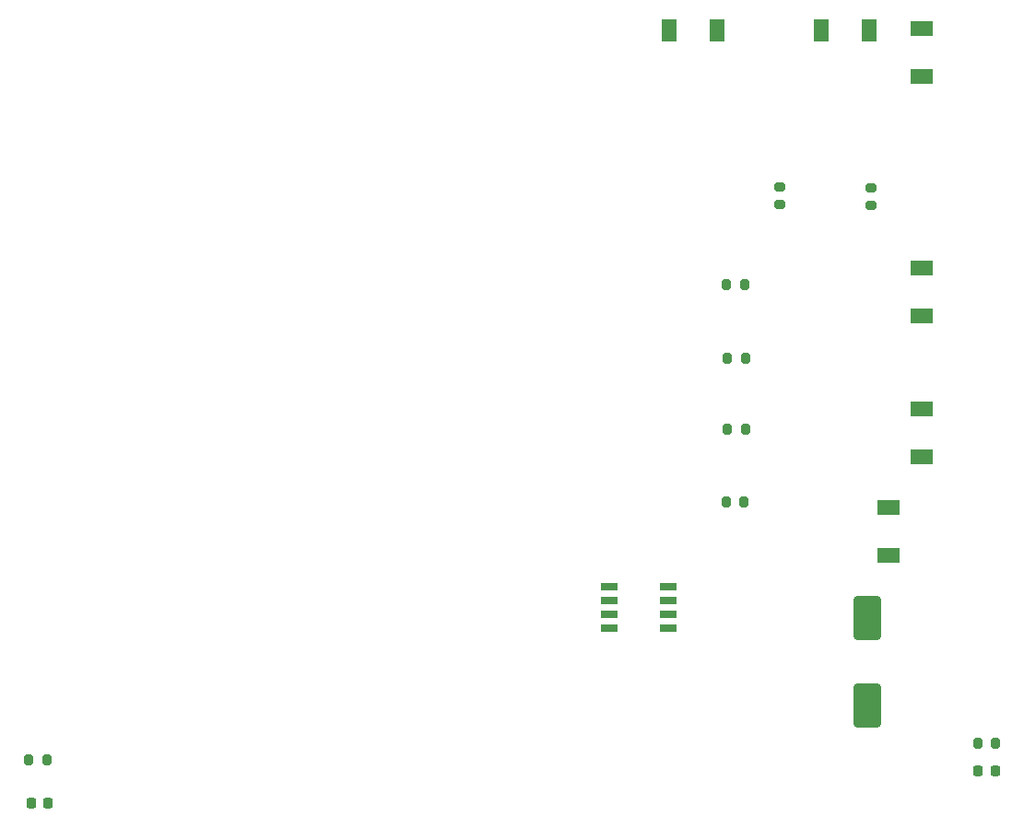
<source format=gbr>
%TF.GenerationSoftware,KiCad,Pcbnew,7.0.2*%
%TF.CreationDate,2024-05-02T17:55:25+09:00*%
%TF.ProjectId,DD_v6,44445f76-362e-46b6-9963-61645f706362,rev?*%
%TF.SameCoordinates,Original*%
%TF.FileFunction,Paste,Top*%
%TF.FilePolarity,Positive*%
%FSLAX46Y46*%
G04 Gerber Fmt 4.6, Leading zero omitted, Abs format (unit mm)*
G04 Created by KiCad (PCBNEW 7.0.2) date 2024-05-02 17:55:25*
%MOMM*%
%LPD*%
G01*
G04 APERTURE LIST*
G04 Aperture macros list*
%AMRoundRect*
0 Rectangle with rounded corners*
0 $1 Rounding radius*
0 $2 $3 $4 $5 $6 $7 $8 $9 X,Y pos of 4 corners*
0 Add a 4 corners polygon primitive as box body*
4,1,4,$2,$3,$4,$5,$6,$7,$8,$9,$2,$3,0*
0 Add four circle primitives for the rounded corners*
1,1,$1+$1,$2,$3*
1,1,$1+$1,$4,$5*
1,1,$1+$1,$6,$7*
1,1,$1+$1,$8,$9*
0 Add four rect primitives between the rounded corners*
20,1,$1+$1,$2,$3,$4,$5,0*
20,1,$1+$1,$4,$5,$6,$7,0*
20,1,$1+$1,$6,$7,$8,$9,0*
20,1,$1+$1,$8,$9,$2,$3,0*%
G04 Aperture macros list end*
%ADD10R,1.400000X2.000000*%
%ADD11RoundRect,0.200000X-0.275000X0.200000X-0.275000X-0.200000X0.275000X-0.200000X0.275000X0.200000X0*%
%ADD12RoundRect,0.200000X0.200000X0.275000X-0.200000X0.275000X-0.200000X-0.275000X0.200000X-0.275000X0*%
%ADD13R,2.000000X1.400000*%
%ADD14R,1.525000X0.650000*%
%ADD15RoundRect,0.250000X-1.000000X1.750000X-1.000000X-1.750000X1.000000X-1.750000X1.000000X1.750000X0*%
%ADD16RoundRect,0.218750X-0.218750X-0.256250X0.218750X-0.256250X0.218750X0.256250X-0.218750X0.256250X0*%
%ADD17RoundRect,0.200000X-0.200000X-0.275000X0.200000X-0.275000X0.200000X0.275000X-0.200000X0.275000X0*%
%ADD18RoundRect,0.218750X0.218750X0.256250X-0.218750X0.256250X-0.218750X-0.256250X0.218750X-0.256250X0*%
G04 APERTURE END LIST*
D10*
%TO.C,D2*%
X179200000Y-81000000D03*
X174800000Y-81000000D03*
%TD*%
D11*
%TO.C,R5*%
X179359078Y-95413742D03*
X179359078Y-97063742D03*
%TD*%
D12*
%TO.C,R2*%
X167842525Y-117652975D03*
X166192525Y-117652975D03*
%TD*%
D10*
%TO.C,D1*%
X165200000Y-81000000D03*
X160800000Y-81000000D03*
%TD*%
D12*
%TO.C,R1*%
X167711326Y-124344094D03*
X166061326Y-124344094D03*
%TD*%
D13*
%TO.C,D3*%
X184000000Y-80800000D03*
X184000000Y-85200000D03*
%TD*%
D14*
%TO.C,S1*%
X160712000Y-135905000D03*
X160712000Y-134635000D03*
X160712000Y-133365000D03*
X160712000Y-132095000D03*
X155288000Y-132095000D03*
X155288000Y-133365000D03*
X155288000Y-134635000D03*
X155288000Y-135905000D03*
%TD*%
D13*
%TO.C,D6*%
X181000000Y-129200000D03*
X181000000Y-124800000D03*
%TD*%
D15*
%TO.C,C1*%
X179000000Y-135000000D03*
X179000000Y-143000000D03*
%TD*%
D13*
%TO.C,D5*%
X184000000Y-120200000D03*
X184000000Y-115800000D03*
%TD*%
D16*
%TO.C,LED2*%
X102212500Y-152000000D03*
X103787500Y-152000000D03*
%TD*%
D13*
%TO.C,D4*%
X184000000Y-107200000D03*
X184000000Y-102800000D03*
%TD*%
D17*
%TO.C,R9*%
X189175000Y-146460000D03*
X190825000Y-146460000D03*
%TD*%
%TO.C,R10*%
X102000000Y-148000000D03*
X103650000Y-148000000D03*
%TD*%
D12*
%TO.C,R3*%
X167816285Y-111066815D03*
X166166285Y-111066815D03*
%TD*%
D11*
%TO.C,R6*%
X171000000Y-95350000D03*
X171000000Y-97000000D03*
%TD*%
D18*
%TO.C,LED1*%
X190787500Y-149000000D03*
X189212500Y-149000000D03*
%TD*%
D12*
%TO.C,R4*%
X167763806Y-104323217D03*
X166113806Y-104323217D03*
%TD*%
M02*

</source>
